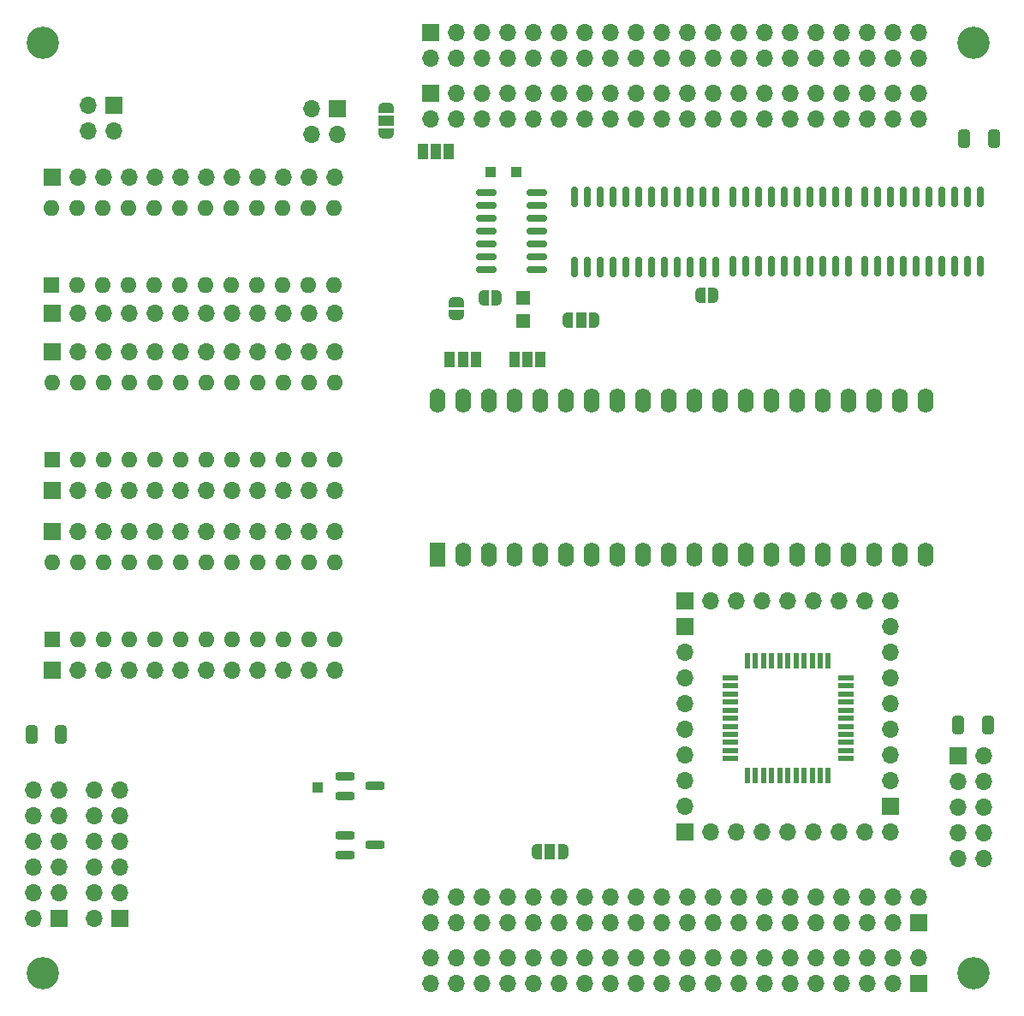
<source format=gbr>
%TF.GenerationSoftware,KiCad,Pcbnew,8.0.5-8.0.5-0~ubuntu22.04.1*%
%TF.CreationDate,2024-10-05T19:46:27+02:00*%
%TF.ProjectId,6502_6800_CPU,36353032-5f36-4383-9030-5f4350552e6b,rev?*%
%TF.SameCoordinates,Original*%
%TF.FileFunction,Soldermask,Top*%
%TF.FilePolarity,Negative*%
%FSLAX46Y46*%
G04 Gerber Fmt 4.6, Leading zero omitted, Abs format (unit mm)*
G04 Created by KiCad (PCBNEW 8.0.5-8.0.5-0~ubuntu22.04.1) date 2024-10-05 19:46:27*
%MOMM*%
%LPD*%
G01*
G04 APERTURE LIST*
G04 Aperture macros list*
%AMRoundRect*
0 Rectangle with rounded corners*
0 $1 Rounding radius*
0 $2 $3 $4 $5 $6 $7 $8 $9 X,Y pos of 4 corners*
0 Add a 4 corners polygon primitive as box body*
4,1,4,$2,$3,$4,$5,$6,$7,$8,$9,$2,$3,0*
0 Add four circle primitives for the rounded corners*
1,1,$1+$1,$2,$3*
1,1,$1+$1,$4,$5*
1,1,$1+$1,$6,$7*
1,1,$1+$1,$8,$9*
0 Add four rect primitives between the rounded corners*
20,1,$1+$1,$2,$3,$4,$5,0*
20,1,$1+$1,$4,$5,$6,$7,0*
20,1,$1+$1,$6,$7,$8,$9,0*
20,1,$1+$1,$8,$9,$2,$3,0*%
%AMFreePoly0*
4,1,19,0.500000,-0.750000,0.000000,-0.750000,0.000000,-0.744911,-0.071157,-0.744911,-0.207708,-0.704816,-0.327430,-0.627875,-0.420627,-0.520320,-0.479746,-0.390866,-0.500000,-0.250000,-0.500000,0.250000,-0.479746,0.390866,-0.420627,0.520320,-0.327430,0.627875,-0.207708,0.704816,-0.071157,0.744911,0.000000,0.744911,0.000000,0.750000,0.500000,0.750000,0.500000,-0.750000,0.500000,-0.750000,
$1*%
%AMFreePoly1*
4,1,19,0.000000,0.744911,0.071157,0.744911,0.207708,0.704816,0.327430,0.627875,0.420627,0.520320,0.479746,0.390866,0.500000,0.250000,0.500000,-0.250000,0.479746,-0.390866,0.420627,-0.520320,0.327430,-0.627875,0.207708,-0.704816,0.071157,-0.744911,0.000000,-0.744911,0.000000,-0.750000,-0.500000,-0.750000,-0.500000,0.750000,0.000000,0.750000,0.000000,0.744911,0.000000,0.744911,
$1*%
%AMFreePoly2*
4,1,19,0.550000,-0.750000,0.000000,-0.750000,0.000000,-0.744911,-0.071157,-0.744911,-0.207708,-0.704816,-0.327430,-0.627875,-0.420627,-0.520320,-0.479746,-0.390866,-0.500000,-0.250000,-0.500000,0.250000,-0.479746,0.390866,-0.420627,0.520320,-0.327430,0.627875,-0.207708,0.704816,-0.071157,0.744911,0.000000,0.744911,0.000000,0.750000,0.550000,0.750000,0.550000,-0.750000,0.550000,-0.750000,
$1*%
%AMFreePoly3*
4,1,19,0.000000,0.744911,0.071157,0.744911,0.207708,0.704816,0.327430,0.627875,0.420627,0.520320,0.479746,0.390866,0.500000,0.250000,0.500000,-0.250000,0.479746,-0.390866,0.420627,-0.520320,0.327430,-0.627875,0.207708,-0.704816,0.071157,-0.744911,0.000000,-0.744911,0.000000,-0.750000,-0.550000,-0.750000,-0.550000,0.750000,0.000000,0.750000,0.000000,0.744911,0.000000,0.744911,
$1*%
G04 Aperture macros list end*
%ADD10RoundRect,0.200000X-0.750000X-0.200000X0.750000X-0.200000X0.750000X0.200000X-0.750000X0.200000X0*%
%ADD11R,1.700000X1.700000*%
%ADD12O,1.700000X1.700000*%
%ADD13R,1.600000X1.600000*%
%ADD14O,1.600000X1.600000*%
%ADD15RoundRect,0.150000X-0.150000X0.837500X-0.150000X-0.837500X0.150000X-0.837500X0.150000X0.837500X0*%
%ADD16RoundRect,0.150000X0.150000X-0.837500X0.150000X0.837500X-0.150000X0.837500X-0.150000X-0.837500X0*%
%ADD17FreePoly0,180.000000*%
%ADD18FreePoly1,180.000000*%
%ADD19RoundRect,0.250000X-0.325000X-0.650000X0.325000X-0.650000X0.325000X0.650000X-0.325000X0.650000X0*%
%ADD20RoundRect,0.150000X-0.825000X-0.150000X0.825000X-0.150000X0.825000X0.150000X-0.825000X0.150000X0*%
%ADD21FreePoly0,0.000000*%
%ADD22FreePoly1,0.000000*%
%ADD23R,1.000000X1.500000*%
%ADD24R,1.000000X1.000000*%
%ADD25FreePoly2,270.000000*%
%ADD26R,1.500000X1.000000*%
%ADD27FreePoly3,270.000000*%
%ADD28R,1.600000X2.400000*%
%ADD29O,1.600000X2.400000*%
%ADD30C,3.200000*%
%ADD31FreePoly2,0.000000*%
%ADD32FreePoly3,0.000000*%
%ADD33FreePoly0,270.000000*%
%ADD34FreePoly1,270.000000*%
%ADD35R,0.550000X1.500000*%
%ADD36R,1.500000X0.550000*%
%ADD37R,1.350000X1.350000*%
G04 APERTURE END LIST*
D10*
%TO.C,D2*%
X83844000Y-126558000D03*
X83844000Y-128458000D03*
X86844000Y-127508000D03*
%TD*%
%TO.C,D1*%
X83844000Y-132400000D03*
X83844000Y-134300000D03*
X86844000Y-133350000D03*
%TD*%
D11*
%TO.C,J30*%
X60960000Y-60198000D03*
D12*
X58420000Y-60198000D03*
X60960000Y-62738000D03*
X58420000Y-62738000D03*
%TD*%
D13*
%TO.C,J17*%
X54864000Y-113030000D03*
D14*
X57404000Y-113030000D03*
X59944000Y-113030000D03*
X62484000Y-113030000D03*
X65024000Y-113030000D03*
X67564000Y-113030000D03*
X70104000Y-113030000D03*
X72644000Y-113030000D03*
X75184000Y-113030000D03*
X77724000Y-113030000D03*
X80264000Y-113030000D03*
X82804000Y-113030000D03*
X82804000Y-105410000D03*
X80264000Y-105410000D03*
X77724000Y-105410000D03*
X75184000Y-105410000D03*
X72644000Y-105410000D03*
X70104000Y-105410000D03*
X67564000Y-105410000D03*
X65024000Y-105410000D03*
X62484000Y-105410000D03*
X59944000Y-105410000D03*
X57404000Y-105410000D03*
X54864000Y-105410000D03*
%TD*%
D15*
%TO.C,U2*%
X120523000Y-69215000D03*
X119253000Y-69215000D03*
X117983000Y-69215000D03*
X116713000Y-69215000D03*
X115443000Y-69215000D03*
X114173000Y-69215000D03*
X112903000Y-69215000D03*
X111633000Y-69215000D03*
X110363000Y-69215000D03*
X109093000Y-69215000D03*
X107823000Y-69215000D03*
X106553000Y-69215000D03*
X106553000Y-76140000D03*
X107823000Y-76140000D03*
X109093000Y-76140000D03*
X110363000Y-76140000D03*
X111633000Y-76140000D03*
X112903000Y-76140000D03*
X114173000Y-76140000D03*
X115443000Y-76140000D03*
X116713000Y-76140000D03*
X117983000Y-76140000D03*
X119253000Y-76140000D03*
X120523000Y-76140000D03*
%TD*%
D16*
%TO.C,U4*%
X135255000Y-76106500D03*
X136525000Y-76106500D03*
X137795000Y-76106500D03*
X139065000Y-76106500D03*
X140335000Y-76106500D03*
X141605000Y-76106500D03*
X142875000Y-76106500D03*
X144145000Y-76106500D03*
X145415000Y-76106500D03*
X146685000Y-76106500D03*
X146685000Y-69181500D03*
X145415000Y-69181500D03*
X144145000Y-69181500D03*
X142875000Y-69181500D03*
X141605000Y-69181500D03*
X140335000Y-69181500D03*
X139065000Y-69181500D03*
X137795000Y-69181500D03*
X136525000Y-69181500D03*
X135255000Y-69181500D03*
%TD*%
D11*
%TO.C,J1*%
X92367000Y-53000000D03*
D12*
X92367000Y-55540000D03*
X94907000Y-53000000D03*
X94907000Y-55540000D03*
X97447000Y-53000000D03*
X97447000Y-55540000D03*
X99987000Y-53000000D03*
X99987000Y-55540000D03*
X102527000Y-53000000D03*
X102527000Y-55540000D03*
X105067000Y-53000000D03*
X105067000Y-55540000D03*
X107607000Y-53000000D03*
X107607000Y-55540000D03*
X110147000Y-53000000D03*
X110147000Y-55540000D03*
X112687000Y-53000000D03*
X112687000Y-55540000D03*
X115227000Y-53000000D03*
X115227000Y-55540000D03*
X117767000Y-53000000D03*
X117767000Y-55540000D03*
X120307000Y-53000000D03*
X120307000Y-55540000D03*
X122847000Y-53000000D03*
X122847000Y-55540000D03*
X125387000Y-53000000D03*
X125387000Y-55540000D03*
X127927000Y-53000000D03*
X127927000Y-55540000D03*
X130467000Y-53000000D03*
X130467000Y-55540000D03*
X133007000Y-53000000D03*
X133007000Y-55540000D03*
X135547000Y-53000000D03*
X135547000Y-55540000D03*
X138087000Y-53000000D03*
X138087000Y-55540000D03*
X140627000Y-53000000D03*
X140627000Y-55540000D03*
%TD*%
D11*
%TO.C,J16*%
X54864000Y-116078000D03*
D12*
X57404000Y-116078000D03*
X59944000Y-116078000D03*
X62484000Y-116078000D03*
X65024000Y-116078000D03*
X67564000Y-116078000D03*
X70104000Y-116078000D03*
X72644000Y-116078000D03*
X75184000Y-116078000D03*
X77724000Y-116078000D03*
X80264000Y-116078000D03*
X82804000Y-116078000D03*
%TD*%
D17*
%TO.C,JP100*%
X120299000Y-78994000D03*
D18*
X118999000Y-78994000D03*
%TD*%
D19*
%TO.C,C3*%
X145083000Y-63500000D03*
X148033000Y-63500000D03*
%TD*%
D20*
%TO.C,U5*%
X97834001Y-68834000D03*
X97834001Y-70104000D03*
X97834001Y-71374000D03*
X97834001Y-72644000D03*
X97834001Y-73914000D03*
X97834001Y-75184000D03*
X97834001Y-76454000D03*
X102784001Y-76454000D03*
X102784001Y-75184000D03*
X102784001Y-73914000D03*
X102784001Y-72644000D03*
X102784001Y-71374000D03*
X102784001Y-70104000D03*
X102784001Y-68834000D03*
%TD*%
D21*
%TO.C,JP8*%
X97536000Y-79248000D03*
D22*
X98836000Y-79248000D03*
%TD*%
D11*
%TO.C,J4*%
X140627000Y-141000000D03*
D12*
X140627000Y-138460000D03*
X138087000Y-141000000D03*
X138087000Y-138460000D03*
X135547000Y-141000000D03*
X135547000Y-138460000D03*
X133007000Y-141000000D03*
X133007000Y-138460000D03*
X130467000Y-141000000D03*
X130467000Y-138460000D03*
X127927000Y-141000000D03*
X127927000Y-138460000D03*
X125387000Y-141000000D03*
X125387000Y-138460000D03*
X122847000Y-141000000D03*
X122847000Y-138460000D03*
X120307000Y-141000000D03*
X120307000Y-138460000D03*
X117767000Y-141000000D03*
X117767000Y-138460000D03*
X115227000Y-141000000D03*
X115227000Y-138460000D03*
X112687000Y-141000000D03*
X112687000Y-138460000D03*
X110147000Y-141000000D03*
X110147000Y-138460000D03*
X107607000Y-141000000D03*
X107607000Y-138460000D03*
X105067000Y-141000000D03*
X105067000Y-138460000D03*
X102527000Y-141000000D03*
X102527000Y-138460000D03*
X99987000Y-141000000D03*
X99987000Y-138460000D03*
X97447000Y-141000000D03*
X97447000Y-138460000D03*
X94907000Y-141000000D03*
X94907000Y-138460000D03*
X92367000Y-141000000D03*
X92367000Y-138460000D03*
%TD*%
D11*
%TO.C,J31*%
X83078000Y-60472000D03*
D12*
X80538000Y-60472000D03*
X83078000Y-63012000D03*
X80538000Y-63012000D03*
%TD*%
D11*
%TO.C,J19*%
X137795000Y-129540000D03*
D12*
X137795000Y-127000000D03*
X137795000Y-124460000D03*
X137795000Y-121920000D03*
X137795000Y-119380000D03*
X137795000Y-116840000D03*
X137795000Y-114300000D03*
X137795000Y-111760000D03*
%TD*%
D19*
%TO.C,C8*%
X144471600Y-121462800D03*
X147421600Y-121462800D03*
%TD*%
D23*
%TO.C,JP4*%
X100584000Y-85344000D03*
X101884000Y-85344000D03*
X103184000Y-85344000D03*
%TD*%
D11*
%TO.C,J20*%
X117475000Y-111760000D03*
D12*
X117475000Y-114300000D03*
X117475000Y-116840000D03*
X117475000Y-119380000D03*
X117475000Y-121920000D03*
X117475000Y-124460000D03*
X117475000Y-127000000D03*
X117475000Y-129540000D03*
%TD*%
D11*
%TO.C,J10*%
X54864000Y-98298000D03*
D12*
X57404000Y-98298000D03*
X59944000Y-98298000D03*
X62484000Y-98298000D03*
X65024000Y-98298000D03*
X67564000Y-98298000D03*
X70104000Y-98298000D03*
X72644000Y-98298000D03*
X75184000Y-98298000D03*
X77724000Y-98298000D03*
X80264000Y-98298000D03*
X82804000Y-98298000D03*
%TD*%
D11*
%TO.C,J29*%
X54864000Y-80772000D03*
D12*
X57404000Y-80772000D03*
X59944000Y-80772000D03*
X62484000Y-80772000D03*
X65024000Y-80772000D03*
X67564000Y-80772000D03*
X70104000Y-80772000D03*
X72644000Y-80772000D03*
X75184000Y-80772000D03*
X77724000Y-80772000D03*
X80264000Y-80772000D03*
X82804000Y-80772000D03*
%TD*%
D11*
%TO.C,J22*%
X144460000Y-124500000D03*
D12*
X147000000Y-124500000D03*
X144460000Y-127040000D03*
X147000000Y-127040000D03*
X144460000Y-129580000D03*
X147000000Y-129580000D03*
X144460000Y-132120000D03*
X147000000Y-132120000D03*
X144460000Y-134660000D03*
X147000000Y-134660000D03*
%TD*%
D11*
%TO.C,J14*%
X54864000Y-67310000D03*
D12*
X57404000Y-67310000D03*
X59944000Y-67310000D03*
X62484000Y-67310000D03*
X65024000Y-67310000D03*
X67564000Y-67310000D03*
X70104000Y-67310000D03*
X72644000Y-67310000D03*
X75184000Y-67310000D03*
X77724000Y-67310000D03*
X80264000Y-67310000D03*
X82804000Y-67310000D03*
%TD*%
D24*
%TO.C,J12*%
X100752001Y-66802000D03*
%TD*%
D11*
%TO.C,J23*%
X54864000Y-102362000D03*
D12*
X57404000Y-102362000D03*
X59944000Y-102362000D03*
X62484000Y-102362000D03*
X65024000Y-102362000D03*
X67564000Y-102362000D03*
X70104000Y-102362000D03*
X72644000Y-102362000D03*
X75184000Y-102362000D03*
X77724000Y-102362000D03*
X80264000Y-102362000D03*
X82804000Y-102362000D03*
%TD*%
D23*
%TO.C,JP104*%
X91537000Y-64770000D03*
X92837000Y-64770000D03*
X94137000Y-64770000D03*
%TD*%
%TO.C,JP5*%
X94204000Y-85344000D03*
X95504000Y-85344000D03*
X96804000Y-85344000D03*
%TD*%
D11*
%TO.C,J2*%
X140627000Y-147000000D03*
D12*
X140627000Y-144460000D03*
X138087000Y-147000000D03*
X138087000Y-144460000D03*
X135547000Y-147000000D03*
X135547000Y-144460000D03*
X133007000Y-147000000D03*
X133007000Y-144460000D03*
X130467000Y-147000000D03*
X130467000Y-144460000D03*
X127927000Y-147000000D03*
X127927000Y-144460000D03*
X125387000Y-147000000D03*
X125387000Y-144460000D03*
X122847000Y-147000000D03*
X122847000Y-144460000D03*
X120307000Y-147000000D03*
X120307000Y-144460000D03*
X117767000Y-147000000D03*
X117767000Y-144460000D03*
X115227000Y-147000000D03*
X115227000Y-144460000D03*
X112687000Y-147000000D03*
X112687000Y-144460000D03*
X110147000Y-147000000D03*
X110147000Y-144460000D03*
X107607000Y-147000000D03*
X107607000Y-144460000D03*
X105067000Y-147000000D03*
X105067000Y-144460000D03*
X102527000Y-147000000D03*
X102527000Y-144460000D03*
X99987000Y-147000000D03*
X99987000Y-144460000D03*
X97447000Y-147000000D03*
X97447000Y-144460000D03*
X94907000Y-147000000D03*
X94907000Y-144460000D03*
X92367000Y-147000000D03*
X92367000Y-144460000D03*
%TD*%
D11*
%TO.C,J7*%
X55540000Y-140627000D03*
D12*
X53000000Y-140627000D03*
X55540000Y-138087000D03*
X53000000Y-138087000D03*
X55540000Y-135547000D03*
X53000000Y-135547000D03*
X55540000Y-133007000D03*
X53000000Y-133007000D03*
X55540000Y-130467000D03*
X53000000Y-130467000D03*
X55540000Y-127927000D03*
X53000000Y-127927000D03*
%TD*%
D11*
%TO.C,J18*%
X117475000Y-109220000D03*
D12*
X120015000Y-109220000D03*
X122555000Y-109220000D03*
X125095000Y-109220000D03*
X127635000Y-109220000D03*
X130175000Y-109220000D03*
X132715000Y-109220000D03*
X135255000Y-109220000D03*
X137795000Y-109220000D03*
%TD*%
D25*
%TO.C,JP105*%
X87884000Y-60392000D03*
D26*
X87884000Y-61692000D03*
D27*
X87884000Y-62992000D03*
%TD*%
D28*
%TO.C,U7*%
X92964000Y-104648000D03*
D29*
X95504000Y-104648000D03*
X98044000Y-104648000D03*
X100584000Y-104648000D03*
X103124000Y-104648000D03*
X105664000Y-104648000D03*
X108204000Y-104648000D03*
X110744000Y-104648000D03*
X113284000Y-104648000D03*
X115824000Y-104648000D03*
X118364000Y-104648000D03*
X120904000Y-104648000D03*
X123444000Y-104648000D03*
X125984000Y-104648000D03*
X128524000Y-104648000D03*
X131064000Y-104648000D03*
X133604000Y-104648000D03*
X136144000Y-104648000D03*
X138684000Y-104648000D03*
X141224000Y-104648000D03*
X141224000Y-89408000D03*
X138684000Y-89408000D03*
X136144000Y-89408000D03*
X133604000Y-89408000D03*
X131064000Y-89408000D03*
X128524000Y-89408000D03*
X125984000Y-89408000D03*
X123444000Y-89408000D03*
X120904000Y-89408000D03*
X118364000Y-89408000D03*
X115824000Y-89408000D03*
X113284000Y-89408000D03*
X110744000Y-89408000D03*
X108204000Y-89408000D03*
X105664000Y-89408000D03*
X103124000Y-89408000D03*
X100584000Y-89408000D03*
X98044000Y-89408000D03*
X95504000Y-89408000D03*
X92964000Y-89408000D03*
%TD*%
D30*
%TO.C,H3*%
X146000000Y-54000000D03*
%TD*%
D24*
%TO.C,J5*%
X81153000Y-127635000D03*
%TD*%
D11*
%TO.C,J21*%
X117475000Y-132080000D03*
D12*
X120015000Y-132080000D03*
X122555000Y-132080000D03*
X125095000Y-132080000D03*
X127635000Y-132080000D03*
X130175000Y-132080000D03*
X132715000Y-132080000D03*
X135255000Y-132080000D03*
X137795000Y-132080000D03*
%TD*%
D24*
%TO.C,J11*%
X98212001Y-66802000D03*
%TD*%
D31*
%TO.C,JP101*%
X105888000Y-81407000D03*
D23*
X107188000Y-81407000D03*
D32*
X108488000Y-81407000D03*
%TD*%
D13*
%TO.C,J35*%
X54859000Y-77922000D03*
D14*
X57399000Y-77922000D03*
X59939000Y-77922000D03*
X62479000Y-77922000D03*
X65019000Y-77922000D03*
X67559000Y-77922000D03*
X70099000Y-77922000D03*
X72639000Y-77922000D03*
X75179000Y-77922000D03*
X77719000Y-77922000D03*
X80259000Y-77922000D03*
X82799000Y-77922000D03*
X82799000Y-70302000D03*
X80259000Y-70302000D03*
X77719000Y-70302000D03*
X75179000Y-70302000D03*
X72639000Y-70302000D03*
X70099000Y-70302000D03*
X67559000Y-70302000D03*
X65019000Y-70302000D03*
X62479000Y-70302000D03*
X59939000Y-70302000D03*
X57399000Y-70302000D03*
X54859000Y-70302000D03*
%TD*%
D11*
%TO.C,J15*%
X54864000Y-84582000D03*
D12*
X57404000Y-84582000D03*
X59944000Y-84582000D03*
X62484000Y-84582000D03*
X65024000Y-84582000D03*
X67564000Y-84582000D03*
X70104000Y-84582000D03*
X72644000Y-84582000D03*
X75184000Y-84582000D03*
X77724000Y-84582000D03*
X80264000Y-84582000D03*
X82804000Y-84582000D03*
%TD*%
D31*
%TO.C,JP102*%
X102810000Y-133985000D03*
D23*
X104110000Y-133985000D03*
D32*
X105410000Y-133985000D03*
%TD*%
D11*
%TO.C,J3*%
X92367000Y-59000000D03*
D12*
X92367000Y-61540000D03*
X94907000Y-59000000D03*
X94907000Y-61540000D03*
X97447000Y-59000000D03*
X97447000Y-61540000D03*
X99987000Y-59000000D03*
X99987000Y-61540000D03*
X102527000Y-59000000D03*
X102527000Y-61540000D03*
X105067000Y-59000000D03*
X105067000Y-61540000D03*
X107607000Y-59000000D03*
X107607000Y-61540000D03*
X110147000Y-59000000D03*
X110147000Y-61540000D03*
X112687000Y-59000000D03*
X112687000Y-61540000D03*
X115227000Y-59000000D03*
X115227000Y-61540000D03*
X117767000Y-59000000D03*
X117767000Y-61540000D03*
X120307000Y-59000000D03*
X120307000Y-61540000D03*
X122847000Y-59000000D03*
X122847000Y-61540000D03*
X125387000Y-59000000D03*
X125387000Y-61540000D03*
X127927000Y-59000000D03*
X127927000Y-61540000D03*
X130467000Y-59000000D03*
X130467000Y-61540000D03*
X133007000Y-59000000D03*
X133007000Y-61540000D03*
X135547000Y-59000000D03*
X135547000Y-61540000D03*
X138087000Y-59000000D03*
X138087000Y-61540000D03*
X140627000Y-59000000D03*
X140627000Y-61540000D03*
%TD*%
D11*
%TO.C,J6*%
X61595000Y-140589000D03*
D12*
X59055000Y-140589000D03*
X61595000Y-138049000D03*
X59055000Y-138049000D03*
X61595000Y-135509000D03*
X59055000Y-135509000D03*
X61595000Y-132969000D03*
X59055000Y-132969000D03*
X61595000Y-130429000D03*
X59055000Y-130429000D03*
X61595000Y-127889000D03*
X59055000Y-127889000D03*
%TD*%
D33*
%TO.C,JP9*%
X94869000Y-79614000D03*
D34*
X94869000Y-80914000D03*
%TD*%
D35*
%TO.C,U9*%
X123650000Y-126490000D03*
X124450000Y-126490000D03*
X125250000Y-126490000D03*
X126050000Y-126490000D03*
X126850000Y-126490000D03*
X127650000Y-126490000D03*
X128450000Y-126490000D03*
X129250000Y-126490000D03*
X130050000Y-126490000D03*
X130850000Y-126490000D03*
X131650000Y-126490000D03*
D36*
X133350000Y-124790000D03*
X133350000Y-123990000D03*
X133350000Y-123190000D03*
X133350000Y-122390000D03*
X133350000Y-121590000D03*
X133350000Y-120790000D03*
X133350000Y-119990000D03*
X133350000Y-119190000D03*
X133350000Y-118390000D03*
X133350000Y-117590000D03*
X133350000Y-116790000D03*
D35*
X131650000Y-115090000D03*
X130850000Y-115090000D03*
X130050000Y-115090000D03*
X129250000Y-115090000D03*
X128450000Y-115090000D03*
X127650000Y-115090000D03*
X126850000Y-115090000D03*
X126050000Y-115090000D03*
X125250000Y-115090000D03*
X124450000Y-115090000D03*
X123650000Y-115090000D03*
D36*
X121950000Y-116790000D03*
X121950000Y-117590000D03*
X121950000Y-118390000D03*
X121950000Y-119190000D03*
X121950000Y-119990000D03*
X121950000Y-120790000D03*
X121950000Y-121590000D03*
X121950000Y-122390000D03*
X121950000Y-123190000D03*
X121950000Y-123990000D03*
X121950000Y-124790000D03*
%TD*%
D13*
%TO.C,J13*%
X54864000Y-95250000D03*
D14*
X57404000Y-95250000D03*
X59944000Y-95250000D03*
X62484000Y-95250000D03*
X65024000Y-95250000D03*
X67564000Y-95250000D03*
X70104000Y-95250000D03*
X72644000Y-95250000D03*
X75184000Y-95250000D03*
X77724000Y-95250000D03*
X80264000Y-95250000D03*
X82804000Y-95250000D03*
X82804000Y-87630000D03*
X80264000Y-87630000D03*
X77724000Y-87630000D03*
X75184000Y-87630000D03*
X72644000Y-87630000D03*
X70104000Y-87630000D03*
X67564000Y-87630000D03*
X65024000Y-87630000D03*
X62484000Y-87630000D03*
X59944000Y-87630000D03*
X57404000Y-87630000D03*
X54864000Y-87630000D03*
%TD*%
D30*
%TO.C,H1*%
X54000000Y-54000000D03*
%TD*%
D16*
%TO.C,U3*%
X122174000Y-76106500D03*
X123444000Y-76106500D03*
X124714000Y-76106500D03*
X125984000Y-76106500D03*
X127254000Y-76106500D03*
X128524000Y-76106500D03*
X129794000Y-76106500D03*
X131064000Y-76106500D03*
X132334000Y-76106500D03*
X133604000Y-76106500D03*
X133604000Y-69181500D03*
X132334000Y-69181500D03*
X131064000Y-69181500D03*
X129794000Y-69181500D03*
X128524000Y-69181500D03*
X127254000Y-69181500D03*
X125984000Y-69181500D03*
X124714000Y-69181500D03*
X123444000Y-69181500D03*
X122174000Y-69181500D03*
%TD*%
D30*
%TO.C,H2*%
X54000000Y-146000000D03*
%TD*%
D19*
%TO.C,C7*%
X52832000Y-122428000D03*
X55782000Y-122428000D03*
%TD*%
D30*
%TO.C,H4*%
X146000000Y-146000000D03*
%TD*%
D37*
%TO.C,J8*%
X101473000Y-81534000D03*
%TD*%
%TO.C,J9*%
X101473000Y-79248000D03*
%TD*%
M02*

</source>
